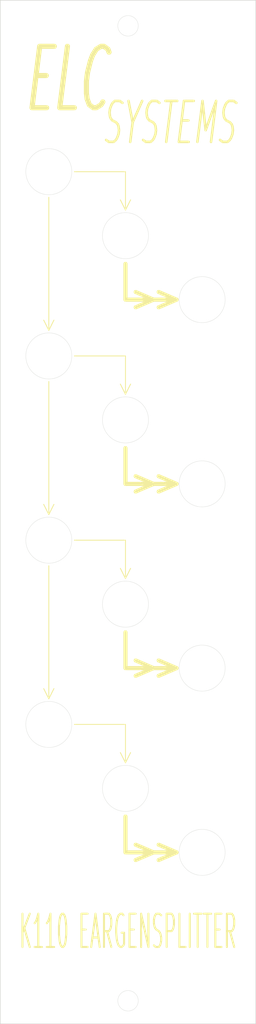
<source format=kicad_pcb>
(kicad_pcb (version 20171130) (host pcbnew "(5.1.10)-1")

  (general
    (thickness 1.6)
    (drawings 70)
    (tracks 0)
    (zones 0)
    (modules 0)
    (nets 1)
  )

  (page A4)
  (layers
    (0 F.Cu signal)
    (31 B.Cu signal)
    (32 B.Adhes user)
    (33 F.Adhes user)
    (34 B.Paste user)
    (35 F.Paste user)
    (36 B.SilkS user)
    (37 F.SilkS user)
    (38 B.Mask user)
    (39 F.Mask user)
    (40 Dwgs.User user)
    (41 Cmts.User user)
    (42 Eco1.User user)
    (43 Eco2.User user)
    (44 Edge.Cuts user)
    (45 Margin user)
    (46 B.CrtYd user)
    (47 F.CrtYd user)
    (48 B.Fab user)
    (49 F.Fab user)
  )

  (setup
    (last_trace_width 0.25)
    (trace_clearance 0.2)
    (zone_clearance 0.508)
    (zone_45_only no)
    (trace_min 0.2)
    (via_size 0.8)
    (via_drill 0.4)
    (via_min_size 0.4)
    (via_min_drill 0.3)
    (uvia_size 0.3)
    (uvia_drill 0.1)
    (uvias_allowed no)
    (uvia_min_size 0.2)
    (uvia_min_drill 0.1)
    (edge_width 0.05)
    (segment_width 0.2)
    (pcb_text_width 0.3)
    (pcb_text_size 1.5 1.5)
    (mod_edge_width 0.12)
    (mod_text_size 1 1)
    (mod_text_width 0.15)
    (pad_size 1.524 1.524)
    (pad_drill 0.762)
    (pad_to_mask_clearance 0)
    (aux_axis_origin 0 0)
    (visible_elements FFFFFF7F)
    (pcbplotparams
      (layerselection 0x010fc_ffffffff)
      (usegerberextensions false)
      (usegerberattributes true)
      (usegerberadvancedattributes true)
      (creategerberjobfile true)
      (excludeedgelayer true)
      (linewidth 0.100000)
      (plotframeref false)
      (viasonmask false)
      (mode 1)
      (useauxorigin false)
      (hpglpennumber 1)
      (hpglpenspeed 20)
      (hpglpendiameter 15.000000)
      (psnegative false)
      (psa4output false)
      (plotreference true)
      (plotvalue true)
      (plotinvisibletext false)
      (padsonsilk false)
      (subtractmaskfromsilk false)
      (outputformat 1)
      (mirror false)
      (drillshape 0)
      (scaleselection 1)
      (outputdirectory ""))
  )

  (net 0 "")

  (net_class Default "This is the default net class."
    (clearance 0.2)
    (trace_width 0.25)
    (via_dia 0.8)
    (via_drill 0.4)
    (uvia_dia 0.3)
    (uvia_drill 0.1)
  )

  (gr_line (start 70 219.5) (end 70 19.5) (layer Edge.Cuts) (width 0.1))
  (gr_circle (center 95 215) (end 97 215) (layer Edge.Cuts) (width 0.05))
  (gr_circle (center 95 24.5) (end 97 24.5) (layer Edge.Cuts) (width 0.05))
  (gr_text "K110 EARGENSPLITTER" (at 95 201.5) (layer F.SilkS)
    (effects (font (size 6.5 2.5) (thickness 0.4)))
  )
  (gr_text SYSTEMS (at 103 43.5) (layer F.SilkS) (tstamp 6262271B)
    (effects (font (size 8 4) (thickness 0.5) italic))
  )
  (gr_text ELC (at 83 35) (layer F.SilkS)
    (effects (font (size 12 6) (thickness 1) italic))
  )
  (gr_line (start 100 186) (end 96.5 187.5) (layer F.SilkS) (width 0.8) (tstamp 62622589))
  (gr_line (start 100 186) (end 96.5 184.5) (layer F.SilkS) (width 0.8) (tstamp 62622588))
  (gr_line (start 100 150) (end 96.5 151.5) (layer F.SilkS) (width 0.8) (tstamp 62622589))
  (gr_line (start 100 150) (end 96.5 148.5) (layer F.SilkS) (width 0.8) (tstamp 62622588))
  (gr_line (start 100 114) (end 96.5 115.5) (layer F.SilkS) (width 0.8) (tstamp 62622589))
  (gr_line (start 100 114) (end 96.5 112.5) (layer F.SilkS) (width 0.8) (tstamp 62622588))
  (gr_line (start 100 78) (end 96.5 79.5) (layer F.SilkS) (width 0.8) (tstamp 62622589))
  (gr_line (start 100 78) (end 96.5 76.5) (layer F.SilkS) (width 0.8) (tstamp 62622588))
  (gr_line (start 79.5 130) (end 79.5 156) (layer F.SilkS) (width 0.18) (tstamp 6262257D))
  (gr_line (start 79.5 156) (end 78.5 154) (layer F.SilkS) (width 0.18) (tstamp 6262257C))
  (gr_line (start 79.5 156) (end 80.5 154) (layer F.SilkS) (width 0.18) (tstamp 6262257B))
  (gr_line (start 79.5 94) (end 79.5 120) (layer F.SilkS) (width 0.18) (tstamp 6262257D))
  (gr_line (start 79.5 120) (end 78.5 118) (layer F.SilkS) (width 0.18) (tstamp 6262257C))
  (gr_line (start 79.5 120) (end 80.5 118) (layer F.SilkS) (width 0.18) (tstamp 6262257B))
  (gr_line (start 79.5 84) (end 78.5 82) (layer F.SilkS) (width 0.18))
  (gr_line (start 79.5 84) (end 80.5 82) (layer F.SilkS) (width 0.18))
  (gr_line (start 79.5 58) (end 79.5 84) (layer F.SilkS) (width 0.18))
  (gr_circle (center 109.5 186) (end 114 186) (layer Edge.Cuts) (width 0.05) (tstamp 626211F4))
  (gr_line (start 104.5 186) (end 101 187.5) (layer F.SilkS) (width 0.8) (tstamp 626211F3))
  (gr_line (start 104.5 186) (end 101 184.5) (layer F.SilkS) (width 0.8) (tstamp 626211F2))
  (gr_line (start 94.5 186) (end 104.5 186) (layer F.SilkS) (width 0.8) (tstamp 626211F1))
  (gr_line (start 94.5 179) (end 94.5 186) (layer F.SilkS) (width 0.8) (tstamp 626211F0))
  (gr_circle (center 109.5 150) (end 114 150) (layer Edge.Cuts) (width 0.05) (tstamp 626211F4))
  (gr_line (start 104.5 150) (end 101 151.5) (layer F.SilkS) (width 0.8) (tstamp 626211F3))
  (gr_line (start 104.5 150) (end 101 148.5) (layer F.SilkS) (width 0.8) (tstamp 626211F2))
  (gr_line (start 94.5 150) (end 104.5 150) (layer F.SilkS) (width 0.8) (tstamp 626211F1))
  (gr_line (start 94.5 143) (end 94.5 150) (layer F.SilkS) (width 0.8) (tstamp 626211F0))
  (gr_circle (center 109.5 114) (end 114 114) (layer Edge.Cuts) (width 0.05) (tstamp 626211F4))
  (gr_line (start 104.5 114) (end 101 115.5) (layer F.SilkS) (width 0.8) (tstamp 626211F3))
  (gr_line (start 104.5 114) (end 101 112.5) (layer F.SilkS) (width 0.8) (tstamp 626211F2))
  (gr_line (start 94.5 114) (end 104.5 114) (layer F.SilkS) (width 0.8) (tstamp 626211F1))
  (gr_line (start 94.5 107) (end 94.5 114) (layer F.SilkS) (width 0.8) (tstamp 626211F0))
  (gr_line (start 94.5 161) (end 94.5 168.5) (layer F.SilkS) (width 0.18) (tstamp 6262119E))
  (gr_line (start 84.5 161) (end 94.5 161) (layer F.SilkS) (width 0.18) (tstamp 6262119D))
  (gr_line (start 94.5 168.5) (end 95.5 166.5) (layer F.SilkS) (width 0.18) (tstamp 6262119C))
  (gr_line (start 94.5 168.5) (end 93.5 166.5) (layer F.SilkS) (width 0.18) (tstamp 6262119B))
  (gr_line (start 94.5 125) (end 94.5 132.5) (layer F.SilkS) (width 0.18) (tstamp 6262119E))
  (gr_line (start 84.5 125) (end 94.5 125) (layer F.SilkS) (width 0.18) (tstamp 6262119D))
  (gr_line (start 94.5 132.5) (end 95.5 130.5) (layer F.SilkS) (width 0.18) (tstamp 6262119C))
  (gr_line (start 94.5 132.5) (end 93.5 130.5) (layer F.SilkS) (width 0.18) (tstamp 6262119B))
  (gr_line (start 94.5 89) (end 94.5 96.5) (layer F.SilkS) (width 0.18) (tstamp 6262119E))
  (gr_line (start 84.5 89) (end 94.5 89) (layer F.SilkS) (width 0.18) (tstamp 6262119D))
  (gr_line (start 94.5 96.5) (end 95.5 94.5) (layer F.SilkS) (width 0.18) (tstamp 6262119C))
  (gr_line (start 94.5 96.5) (end 93.5 94.5) (layer F.SilkS) (width 0.18) (tstamp 6262119B))
  (gr_line (start 104.5 78) (end 101 76.5) (layer F.SilkS) (width 0.8))
  (gr_line (start 104.5 78) (end 101 79.5) (layer F.SilkS) (width 0.8))
  (gr_line (start 94.5 78) (end 104.5 78) (layer F.SilkS) (width 0.8))
  (gr_line (start 94.5 71) (end 94.5 78) (layer F.SilkS) (width 0.8))
  (gr_line (start 94.5 60.5) (end 93.5 58.5) (layer F.SilkS) (width 0.18))
  (gr_line (start 94.5 60.5) (end 95.5 58.5) (layer F.SilkS) (width 0.18))
  (gr_line (start 94.5 53) (end 94.5 60.5) (layer F.SilkS) (width 0.18))
  (gr_line (start 84.5 53) (end 94.5 53) (layer F.SilkS) (width 0.18))
  (gr_circle (center 94.5 137.5) (end 90 137.5) (layer Edge.Cuts) (width 0.05) (tstamp 62620F22))
  (gr_circle (center 94.5 173.5) (end 99 173.5) (layer Edge.Cuts) (width 0.05) (tstamp 62620FE2))
  (gr_circle (center 79.5 161) (end 84 161) (layer Edge.Cuts) (width 0.05) (tstamp 62620FDC))
  (gr_circle (center 79.5 125) (end 84 125) (layer Edge.Cuts) (width 0.05) (tstamp 62620FDB))
  (gr_circle (center 109.5 78) (end 114 78) (layer Edge.Cuts) (width 0.05) (tstamp 62620FA9))
  (gr_circle (center 79.5 53) (end 84 53) (layer Edge.Cuts) (width 0.05) (tstamp 62620FA9))
  (gr_circle (center 79.5 89) (end 84 89) (layer Edge.Cuts) (width 0.05) (tstamp 62620FA6))
  (gr_circle (center 94.5 101.5) (end 99 101.5) (layer Edge.Cuts) (width 0.05))
  (gr_circle (center 94.5 65.5) (end 99 65.5) (layer Edge.Cuts) (width 0.05))
  (gr_line (start 120 19.5) (end 70 19.5) (layer Edge.Cuts) (width 0.1))
  (gr_line (start 120 219.5) (end 70 219.5) (layer Edge.Cuts) (width 0.1))
  (gr_line (start 120 19.5) (end 120 219.5) (layer Edge.Cuts) (width 0.1))

)

</source>
